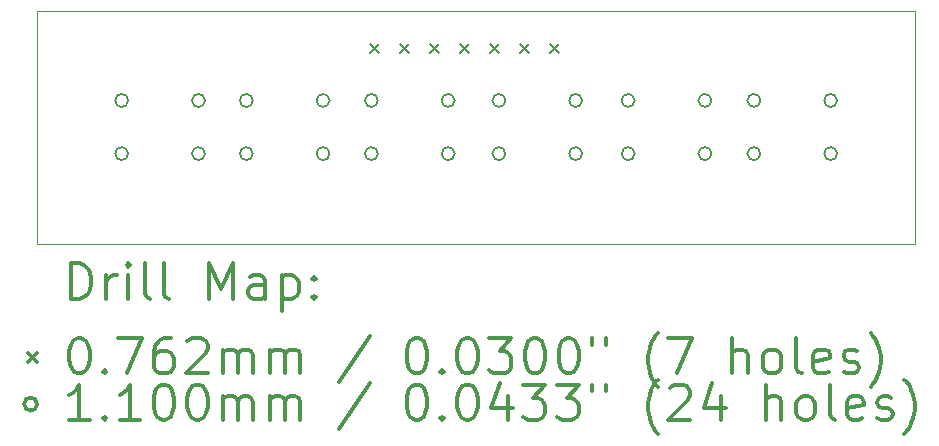
<source format=gbr>
%FSLAX45Y45*%
G04 Gerber Fmt 4.5, Leading zero omitted, Abs format (unit mm)*
G04 Created by KiCad (PCBNEW (5.1.10)-1) date 2023-12-13 20:03:44*
%MOMM*%
%LPD*%
G01*
G04 APERTURE LIST*
%TA.AperFunction,Profile*%
%ADD10C,0.050000*%
%TD*%
%ADD11C,0.200000*%
%ADD12C,0.300000*%
G04 APERTURE END LIST*
D10*
X11557000Y-12001500D02*
X18986500Y-12001500D01*
X11557000Y-10033000D02*
X11557000Y-12001500D01*
X18986500Y-10033000D02*
X11557000Y-10033000D01*
X18986500Y-12001500D02*
X18986500Y-10033000D01*
D11*
X14376400Y-10312400D02*
X14452600Y-10388600D01*
X14452600Y-10312400D02*
X14376400Y-10388600D01*
X14630400Y-10312400D02*
X14706600Y-10388600D01*
X14706600Y-10312400D02*
X14630400Y-10388600D01*
X14884400Y-10312400D02*
X14960600Y-10388600D01*
X14960600Y-10312400D02*
X14884400Y-10388600D01*
X15138400Y-10312400D02*
X15214600Y-10388600D01*
X15214600Y-10312400D02*
X15138400Y-10388600D01*
X15392400Y-10312400D02*
X15468600Y-10388600D01*
X15468600Y-10312400D02*
X15392400Y-10388600D01*
X15646400Y-10312400D02*
X15722600Y-10388600D01*
X15722600Y-10312400D02*
X15646400Y-10388600D01*
X15900400Y-10312400D02*
X15976600Y-10388600D01*
X15976600Y-10312400D02*
X15900400Y-10388600D01*
X12325400Y-10789500D02*
G75*
G03*
X12325400Y-10789500I-55000J0D01*
G01*
X12325400Y-11239500D02*
G75*
G03*
X12325400Y-11239500I-55000J0D01*
G01*
X12975400Y-10789500D02*
G75*
G03*
X12975400Y-10789500I-55000J0D01*
G01*
X12975400Y-11239500D02*
G75*
G03*
X12975400Y-11239500I-55000J0D01*
G01*
X13380400Y-10789500D02*
G75*
G03*
X13380400Y-10789500I-55000J0D01*
G01*
X13380400Y-11239500D02*
G75*
G03*
X13380400Y-11239500I-55000J0D01*
G01*
X14030400Y-10789500D02*
G75*
G03*
X14030400Y-10789500I-55000J0D01*
G01*
X14030400Y-11239500D02*
G75*
G03*
X14030400Y-11239500I-55000J0D01*
G01*
X14439500Y-10789500D02*
G75*
G03*
X14439500Y-10789500I-55000J0D01*
G01*
X14439500Y-11239500D02*
G75*
G03*
X14439500Y-11239500I-55000J0D01*
G01*
X15089500Y-10789500D02*
G75*
G03*
X15089500Y-10789500I-55000J0D01*
G01*
X15089500Y-11239500D02*
G75*
G03*
X15089500Y-11239500I-55000J0D01*
G01*
X15519000Y-10789500D02*
G75*
G03*
X15519000Y-10789500I-55000J0D01*
G01*
X15519000Y-11239500D02*
G75*
G03*
X15519000Y-11239500I-55000J0D01*
G01*
X16169000Y-10789500D02*
G75*
G03*
X16169000Y-10789500I-55000J0D01*
G01*
X16169000Y-11239500D02*
G75*
G03*
X16169000Y-11239500I-55000J0D01*
G01*
X16613500Y-10789500D02*
G75*
G03*
X16613500Y-10789500I-55000J0D01*
G01*
X16613500Y-11239500D02*
G75*
G03*
X16613500Y-11239500I-55000J0D01*
G01*
X17263500Y-10789500D02*
G75*
G03*
X17263500Y-10789500I-55000J0D01*
G01*
X17263500Y-11239500D02*
G75*
G03*
X17263500Y-11239500I-55000J0D01*
G01*
X17678000Y-10789500D02*
G75*
G03*
X17678000Y-10789500I-55000J0D01*
G01*
X17678000Y-11239500D02*
G75*
G03*
X17678000Y-11239500I-55000J0D01*
G01*
X18328000Y-10789500D02*
G75*
G03*
X18328000Y-10789500I-55000J0D01*
G01*
X18328000Y-11239500D02*
G75*
G03*
X18328000Y-11239500I-55000J0D01*
G01*
D12*
X11840928Y-12469714D02*
X11840928Y-12169714D01*
X11912357Y-12169714D01*
X11955214Y-12184000D01*
X11983786Y-12212571D01*
X11998071Y-12241143D01*
X12012357Y-12298286D01*
X12012357Y-12341143D01*
X11998071Y-12398286D01*
X11983786Y-12426857D01*
X11955214Y-12455429D01*
X11912357Y-12469714D01*
X11840928Y-12469714D01*
X12140928Y-12469714D02*
X12140928Y-12269714D01*
X12140928Y-12326857D02*
X12155214Y-12298286D01*
X12169500Y-12284000D01*
X12198071Y-12269714D01*
X12226643Y-12269714D01*
X12326643Y-12469714D02*
X12326643Y-12269714D01*
X12326643Y-12169714D02*
X12312357Y-12184000D01*
X12326643Y-12198286D01*
X12340928Y-12184000D01*
X12326643Y-12169714D01*
X12326643Y-12198286D01*
X12512357Y-12469714D02*
X12483786Y-12455429D01*
X12469500Y-12426857D01*
X12469500Y-12169714D01*
X12669500Y-12469714D02*
X12640928Y-12455429D01*
X12626643Y-12426857D01*
X12626643Y-12169714D01*
X13012357Y-12469714D02*
X13012357Y-12169714D01*
X13112357Y-12384000D01*
X13212357Y-12169714D01*
X13212357Y-12469714D01*
X13483786Y-12469714D02*
X13483786Y-12312571D01*
X13469500Y-12284000D01*
X13440928Y-12269714D01*
X13383786Y-12269714D01*
X13355214Y-12284000D01*
X13483786Y-12455429D02*
X13455214Y-12469714D01*
X13383786Y-12469714D01*
X13355214Y-12455429D01*
X13340928Y-12426857D01*
X13340928Y-12398286D01*
X13355214Y-12369714D01*
X13383786Y-12355429D01*
X13455214Y-12355429D01*
X13483786Y-12341143D01*
X13626643Y-12269714D02*
X13626643Y-12569714D01*
X13626643Y-12284000D02*
X13655214Y-12269714D01*
X13712357Y-12269714D01*
X13740928Y-12284000D01*
X13755214Y-12298286D01*
X13769500Y-12326857D01*
X13769500Y-12412571D01*
X13755214Y-12441143D01*
X13740928Y-12455429D01*
X13712357Y-12469714D01*
X13655214Y-12469714D01*
X13626643Y-12455429D01*
X13898071Y-12441143D02*
X13912357Y-12455429D01*
X13898071Y-12469714D01*
X13883786Y-12455429D01*
X13898071Y-12441143D01*
X13898071Y-12469714D01*
X13898071Y-12284000D02*
X13912357Y-12298286D01*
X13898071Y-12312571D01*
X13883786Y-12298286D01*
X13898071Y-12284000D01*
X13898071Y-12312571D01*
X11478300Y-12925900D02*
X11554500Y-13002100D01*
X11554500Y-12925900D02*
X11478300Y-13002100D01*
X11898071Y-12799714D02*
X11926643Y-12799714D01*
X11955214Y-12814000D01*
X11969500Y-12828286D01*
X11983786Y-12856857D01*
X11998071Y-12914000D01*
X11998071Y-12985429D01*
X11983786Y-13042571D01*
X11969500Y-13071143D01*
X11955214Y-13085429D01*
X11926643Y-13099714D01*
X11898071Y-13099714D01*
X11869500Y-13085429D01*
X11855214Y-13071143D01*
X11840928Y-13042571D01*
X11826643Y-12985429D01*
X11826643Y-12914000D01*
X11840928Y-12856857D01*
X11855214Y-12828286D01*
X11869500Y-12814000D01*
X11898071Y-12799714D01*
X12126643Y-13071143D02*
X12140928Y-13085429D01*
X12126643Y-13099714D01*
X12112357Y-13085429D01*
X12126643Y-13071143D01*
X12126643Y-13099714D01*
X12240928Y-12799714D02*
X12440928Y-12799714D01*
X12312357Y-13099714D01*
X12683786Y-12799714D02*
X12626643Y-12799714D01*
X12598071Y-12814000D01*
X12583786Y-12828286D01*
X12555214Y-12871143D01*
X12540928Y-12928286D01*
X12540928Y-13042571D01*
X12555214Y-13071143D01*
X12569500Y-13085429D01*
X12598071Y-13099714D01*
X12655214Y-13099714D01*
X12683786Y-13085429D01*
X12698071Y-13071143D01*
X12712357Y-13042571D01*
X12712357Y-12971143D01*
X12698071Y-12942571D01*
X12683786Y-12928286D01*
X12655214Y-12914000D01*
X12598071Y-12914000D01*
X12569500Y-12928286D01*
X12555214Y-12942571D01*
X12540928Y-12971143D01*
X12826643Y-12828286D02*
X12840928Y-12814000D01*
X12869500Y-12799714D01*
X12940928Y-12799714D01*
X12969500Y-12814000D01*
X12983786Y-12828286D01*
X12998071Y-12856857D01*
X12998071Y-12885429D01*
X12983786Y-12928286D01*
X12812357Y-13099714D01*
X12998071Y-13099714D01*
X13126643Y-13099714D02*
X13126643Y-12899714D01*
X13126643Y-12928286D02*
X13140928Y-12914000D01*
X13169500Y-12899714D01*
X13212357Y-12899714D01*
X13240928Y-12914000D01*
X13255214Y-12942571D01*
X13255214Y-13099714D01*
X13255214Y-12942571D02*
X13269500Y-12914000D01*
X13298071Y-12899714D01*
X13340928Y-12899714D01*
X13369500Y-12914000D01*
X13383786Y-12942571D01*
X13383786Y-13099714D01*
X13526643Y-13099714D02*
X13526643Y-12899714D01*
X13526643Y-12928286D02*
X13540928Y-12914000D01*
X13569500Y-12899714D01*
X13612357Y-12899714D01*
X13640928Y-12914000D01*
X13655214Y-12942571D01*
X13655214Y-13099714D01*
X13655214Y-12942571D02*
X13669500Y-12914000D01*
X13698071Y-12899714D01*
X13740928Y-12899714D01*
X13769500Y-12914000D01*
X13783786Y-12942571D01*
X13783786Y-13099714D01*
X14369500Y-12785429D02*
X14112357Y-13171143D01*
X14755214Y-12799714D02*
X14783786Y-12799714D01*
X14812357Y-12814000D01*
X14826643Y-12828286D01*
X14840928Y-12856857D01*
X14855214Y-12914000D01*
X14855214Y-12985429D01*
X14840928Y-13042571D01*
X14826643Y-13071143D01*
X14812357Y-13085429D01*
X14783786Y-13099714D01*
X14755214Y-13099714D01*
X14726643Y-13085429D01*
X14712357Y-13071143D01*
X14698071Y-13042571D01*
X14683786Y-12985429D01*
X14683786Y-12914000D01*
X14698071Y-12856857D01*
X14712357Y-12828286D01*
X14726643Y-12814000D01*
X14755214Y-12799714D01*
X14983786Y-13071143D02*
X14998071Y-13085429D01*
X14983786Y-13099714D01*
X14969500Y-13085429D01*
X14983786Y-13071143D01*
X14983786Y-13099714D01*
X15183786Y-12799714D02*
X15212357Y-12799714D01*
X15240928Y-12814000D01*
X15255214Y-12828286D01*
X15269500Y-12856857D01*
X15283786Y-12914000D01*
X15283786Y-12985429D01*
X15269500Y-13042571D01*
X15255214Y-13071143D01*
X15240928Y-13085429D01*
X15212357Y-13099714D01*
X15183786Y-13099714D01*
X15155214Y-13085429D01*
X15140928Y-13071143D01*
X15126643Y-13042571D01*
X15112357Y-12985429D01*
X15112357Y-12914000D01*
X15126643Y-12856857D01*
X15140928Y-12828286D01*
X15155214Y-12814000D01*
X15183786Y-12799714D01*
X15383786Y-12799714D02*
X15569500Y-12799714D01*
X15469500Y-12914000D01*
X15512357Y-12914000D01*
X15540928Y-12928286D01*
X15555214Y-12942571D01*
X15569500Y-12971143D01*
X15569500Y-13042571D01*
X15555214Y-13071143D01*
X15540928Y-13085429D01*
X15512357Y-13099714D01*
X15426643Y-13099714D01*
X15398071Y-13085429D01*
X15383786Y-13071143D01*
X15755214Y-12799714D02*
X15783786Y-12799714D01*
X15812357Y-12814000D01*
X15826643Y-12828286D01*
X15840928Y-12856857D01*
X15855214Y-12914000D01*
X15855214Y-12985429D01*
X15840928Y-13042571D01*
X15826643Y-13071143D01*
X15812357Y-13085429D01*
X15783786Y-13099714D01*
X15755214Y-13099714D01*
X15726643Y-13085429D01*
X15712357Y-13071143D01*
X15698071Y-13042571D01*
X15683786Y-12985429D01*
X15683786Y-12914000D01*
X15698071Y-12856857D01*
X15712357Y-12828286D01*
X15726643Y-12814000D01*
X15755214Y-12799714D01*
X16040928Y-12799714D02*
X16069500Y-12799714D01*
X16098071Y-12814000D01*
X16112357Y-12828286D01*
X16126643Y-12856857D01*
X16140928Y-12914000D01*
X16140928Y-12985429D01*
X16126643Y-13042571D01*
X16112357Y-13071143D01*
X16098071Y-13085429D01*
X16069500Y-13099714D01*
X16040928Y-13099714D01*
X16012357Y-13085429D01*
X15998071Y-13071143D01*
X15983786Y-13042571D01*
X15969500Y-12985429D01*
X15969500Y-12914000D01*
X15983786Y-12856857D01*
X15998071Y-12828286D01*
X16012357Y-12814000D01*
X16040928Y-12799714D01*
X16255214Y-12799714D02*
X16255214Y-12856857D01*
X16369500Y-12799714D02*
X16369500Y-12856857D01*
X16812357Y-13214000D02*
X16798071Y-13199714D01*
X16769500Y-13156857D01*
X16755214Y-13128286D01*
X16740928Y-13085429D01*
X16726643Y-13014000D01*
X16726643Y-12956857D01*
X16740928Y-12885429D01*
X16755214Y-12842571D01*
X16769500Y-12814000D01*
X16798071Y-12771143D01*
X16812357Y-12756857D01*
X16898071Y-12799714D02*
X17098071Y-12799714D01*
X16969500Y-13099714D01*
X17440928Y-13099714D02*
X17440928Y-12799714D01*
X17569500Y-13099714D02*
X17569500Y-12942571D01*
X17555214Y-12914000D01*
X17526643Y-12899714D01*
X17483786Y-12899714D01*
X17455214Y-12914000D01*
X17440928Y-12928286D01*
X17755214Y-13099714D02*
X17726643Y-13085429D01*
X17712357Y-13071143D01*
X17698071Y-13042571D01*
X17698071Y-12956857D01*
X17712357Y-12928286D01*
X17726643Y-12914000D01*
X17755214Y-12899714D01*
X17798071Y-12899714D01*
X17826643Y-12914000D01*
X17840928Y-12928286D01*
X17855214Y-12956857D01*
X17855214Y-13042571D01*
X17840928Y-13071143D01*
X17826643Y-13085429D01*
X17798071Y-13099714D01*
X17755214Y-13099714D01*
X18026643Y-13099714D02*
X17998071Y-13085429D01*
X17983786Y-13056857D01*
X17983786Y-12799714D01*
X18255214Y-13085429D02*
X18226643Y-13099714D01*
X18169500Y-13099714D01*
X18140928Y-13085429D01*
X18126643Y-13056857D01*
X18126643Y-12942571D01*
X18140928Y-12914000D01*
X18169500Y-12899714D01*
X18226643Y-12899714D01*
X18255214Y-12914000D01*
X18269500Y-12942571D01*
X18269500Y-12971143D01*
X18126643Y-12999714D01*
X18383786Y-13085429D02*
X18412357Y-13099714D01*
X18469500Y-13099714D01*
X18498071Y-13085429D01*
X18512357Y-13056857D01*
X18512357Y-13042571D01*
X18498071Y-13014000D01*
X18469500Y-12999714D01*
X18426643Y-12999714D01*
X18398071Y-12985429D01*
X18383786Y-12956857D01*
X18383786Y-12942571D01*
X18398071Y-12914000D01*
X18426643Y-12899714D01*
X18469500Y-12899714D01*
X18498071Y-12914000D01*
X18612357Y-13214000D02*
X18626643Y-13199714D01*
X18655214Y-13156857D01*
X18669500Y-13128286D01*
X18683786Y-13085429D01*
X18698071Y-13014000D01*
X18698071Y-12956857D01*
X18683786Y-12885429D01*
X18669500Y-12842571D01*
X18655214Y-12814000D01*
X18626643Y-12771143D01*
X18612357Y-12756857D01*
X11554500Y-13360000D02*
G75*
G03*
X11554500Y-13360000I-55000J0D01*
G01*
X11998071Y-13495714D02*
X11826643Y-13495714D01*
X11912357Y-13495714D02*
X11912357Y-13195714D01*
X11883786Y-13238571D01*
X11855214Y-13267143D01*
X11826643Y-13281429D01*
X12126643Y-13467143D02*
X12140928Y-13481429D01*
X12126643Y-13495714D01*
X12112357Y-13481429D01*
X12126643Y-13467143D01*
X12126643Y-13495714D01*
X12426643Y-13495714D02*
X12255214Y-13495714D01*
X12340928Y-13495714D02*
X12340928Y-13195714D01*
X12312357Y-13238571D01*
X12283786Y-13267143D01*
X12255214Y-13281429D01*
X12612357Y-13195714D02*
X12640928Y-13195714D01*
X12669500Y-13210000D01*
X12683786Y-13224286D01*
X12698071Y-13252857D01*
X12712357Y-13310000D01*
X12712357Y-13381429D01*
X12698071Y-13438571D01*
X12683786Y-13467143D01*
X12669500Y-13481429D01*
X12640928Y-13495714D01*
X12612357Y-13495714D01*
X12583786Y-13481429D01*
X12569500Y-13467143D01*
X12555214Y-13438571D01*
X12540928Y-13381429D01*
X12540928Y-13310000D01*
X12555214Y-13252857D01*
X12569500Y-13224286D01*
X12583786Y-13210000D01*
X12612357Y-13195714D01*
X12898071Y-13195714D02*
X12926643Y-13195714D01*
X12955214Y-13210000D01*
X12969500Y-13224286D01*
X12983786Y-13252857D01*
X12998071Y-13310000D01*
X12998071Y-13381429D01*
X12983786Y-13438571D01*
X12969500Y-13467143D01*
X12955214Y-13481429D01*
X12926643Y-13495714D01*
X12898071Y-13495714D01*
X12869500Y-13481429D01*
X12855214Y-13467143D01*
X12840928Y-13438571D01*
X12826643Y-13381429D01*
X12826643Y-13310000D01*
X12840928Y-13252857D01*
X12855214Y-13224286D01*
X12869500Y-13210000D01*
X12898071Y-13195714D01*
X13126643Y-13495714D02*
X13126643Y-13295714D01*
X13126643Y-13324286D02*
X13140928Y-13310000D01*
X13169500Y-13295714D01*
X13212357Y-13295714D01*
X13240928Y-13310000D01*
X13255214Y-13338571D01*
X13255214Y-13495714D01*
X13255214Y-13338571D02*
X13269500Y-13310000D01*
X13298071Y-13295714D01*
X13340928Y-13295714D01*
X13369500Y-13310000D01*
X13383786Y-13338571D01*
X13383786Y-13495714D01*
X13526643Y-13495714D02*
X13526643Y-13295714D01*
X13526643Y-13324286D02*
X13540928Y-13310000D01*
X13569500Y-13295714D01*
X13612357Y-13295714D01*
X13640928Y-13310000D01*
X13655214Y-13338571D01*
X13655214Y-13495714D01*
X13655214Y-13338571D02*
X13669500Y-13310000D01*
X13698071Y-13295714D01*
X13740928Y-13295714D01*
X13769500Y-13310000D01*
X13783786Y-13338571D01*
X13783786Y-13495714D01*
X14369500Y-13181429D02*
X14112357Y-13567143D01*
X14755214Y-13195714D02*
X14783786Y-13195714D01*
X14812357Y-13210000D01*
X14826643Y-13224286D01*
X14840928Y-13252857D01*
X14855214Y-13310000D01*
X14855214Y-13381429D01*
X14840928Y-13438571D01*
X14826643Y-13467143D01*
X14812357Y-13481429D01*
X14783786Y-13495714D01*
X14755214Y-13495714D01*
X14726643Y-13481429D01*
X14712357Y-13467143D01*
X14698071Y-13438571D01*
X14683786Y-13381429D01*
X14683786Y-13310000D01*
X14698071Y-13252857D01*
X14712357Y-13224286D01*
X14726643Y-13210000D01*
X14755214Y-13195714D01*
X14983786Y-13467143D02*
X14998071Y-13481429D01*
X14983786Y-13495714D01*
X14969500Y-13481429D01*
X14983786Y-13467143D01*
X14983786Y-13495714D01*
X15183786Y-13195714D02*
X15212357Y-13195714D01*
X15240928Y-13210000D01*
X15255214Y-13224286D01*
X15269500Y-13252857D01*
X15283786Y-13310000D01*
X15283786Y-13381429D01*
X15269500Y-13438571D01*
X15255214Y-13467143D01*
X15240928Y-13481429D01*
X15212357Y-13495714D01*
X15183786Y-13495714D01*
X15155214Y-13481429D01*
X15140928Y-13467143D01*
X15126643Y-13438571D01*
X15112357Y-13381429D01*
X15112357Y-13310000D01*
X15126643Y-13252857D01*
X15140928Y-13224286D01*
X15155214Y-13210000D01*
X15183786Y-13195714D01*
X15540928Y-13295714D02*
X15540928Y-13495714D01*
X15469500Y-13181429D02*
X15398071Y-13395714D01*
X15583786Y-13395714D01*
X15669500Y-13195714D02*
X15855214Y-13195714D01*
X15755214Y-13310000D01*
X15798071Y-13310000D01*
X15826643Y-13324286D01*
X15840928Y-13338571D01*
X15855214Y-13367143D01*
X15855214Y-13438571D01*
X15840928Y-13467143D01*
X15826643Y-13481429D01*
X15798071Y-13495714D01*
X15712357Y-13495714D01*
X15683786Y-13481429D01*
X15669500Y-13467143D01*
X15955214Y-13195714D02*
X16140928Y-13195714D01*
X16040928Y-13310000D01*
X16083786Y-13310000D01*
X16112357Y-13324286D01*
X16126643Y-13338571D01*
X16140928Y-13367143D01*
X16140928Y-13438571D01*
X16126643Y-13467143D01*
X16112357Y-13481429D01*
X16083786Y-13495714D01*
X15998071Y-13495714D01*
X15969500Y-13481429D01*
X15955214Y-13467143D01*
X16255214Y-13195714D02*
X16255214Y-13252857D01*
X16369500Y-13195714D02*
X16369500Y-13252857D01*
X16812357Y-13610000D02*
X16798071Y-13595714D01*
X16769500Y-13552857D01*
X16755214Y-13524286D01*
X16740928Y-13481429D01*
X16726643Y-13410000D01*
X16726643Y-13352857D01*
X16740928Y-13281429D01*
X16755214Y-13238571D01*
X16769500Y-13210000D01*
X16798071Y-13167143D01*
X16812357Y-13152857D01*
X16912357Y-13224286D02*
X16926643Y-13210000D01*
X16955214Y-13195714D01*
X17026643Y-13195714D01*
X17055214Y-13210000D01*
X17069500Y-13224286D01*
X17083786Y-13252857D01*
X17083786Y-13281429D01*
X17069500Y-13324286D01*
X16898071Y-13495714D01*
X17083786Y-13495714D01*
X17340928Y-13295714D02*
X17340928Y-13495714D01*
X17269500Y-13181429D02*
X17198071Y-13395714D01*
X17383786Y-13395714D01*
X17726643Y-13495714D02*
X17726643Y-13195714D01*
X17855214Y-13495714D02*
X17855214Y-13338571D01*
X17840928Y-13310000D01*
X17812357Y-13295714D01*
X17769500Y-13295714D01*
X17740928Y-13310000D01*
X17726643Y-13324286D01*
X18040928Y-13495714D02*
X18012357Y-13481429D01*
X17998071Y-13467143D01*
X17983786Y-13438571D01*
X17983786Y-13352857D01*
X17998071Y-13324286D01*
X18012357Y-13310000D01*
X18040928Y-13295714D01*
X18083786Y-13295714D01*
X18112357Y-13310000D01*
X18126643Y-13324286D01*
X18140928Y-13352857D01*
X18140928Y-13438571D01*
X18126643Y-13467143D01*
X18112357Y-13481429D01*
X18083786Y-13495714D01*
X18040928Y-13495714D01*
X18312357Y-13495714D02*
X18283786Y-13481429D01*
X18269500Y-13452857D01*
X18269500Y-13195714D01*
X18540928Y-13481429D02*
X18512357Y-13495714D01*
X18455214Y-13495714D01*
X18426643Y-13481429D01*
X18412357Y-13452857D01*
X18412357Y-13338571D01*
X18426643Y-13310000D01*
X18455214Y-13295714D01*
X18512357Y-13295714D01*
X18540928Y-13310000D01*
X18555214Y-13338571D01*
X18555214Y-13367143D01*
X18412357Y-13395714D01*
X18669500Y-13481429D02*
X18698071Y-13495714D01*
X18755214Y-13495714D01*
X18783786Y-13481429D01*
X18798071Y-13452857D01*
X18798071Y-13438571D01*
X18783786Y-13410000D01*
X18755214Y-13395714D01*
X18712357Y-13395714D01*
X18683786Y-13381429D01*
X18669500Y-13352857D01*
X18669500Y-13338571D01*
X18683786Y-13310000D01*
X18712357Y-13295714D01*
X18755214Y-13295714D01*
X18783786Y-13310000D01*
X18898071Y-13610000D02*
X18912357Y-13595714D01*
X18940928Y-13552857D01*
X18955214Y-13524286D01*
X18969500Y-13481429D01*
X18983786Y-13410000D01*
X18983786Y-13352857D01*
X18969500Y-13281429D01*
X18955214Y-13238571D01*
X18940928Y-13210000D01*
X18912357Y-13167143D01*
X18898071Y-13152857D01*
M02*

</source>
